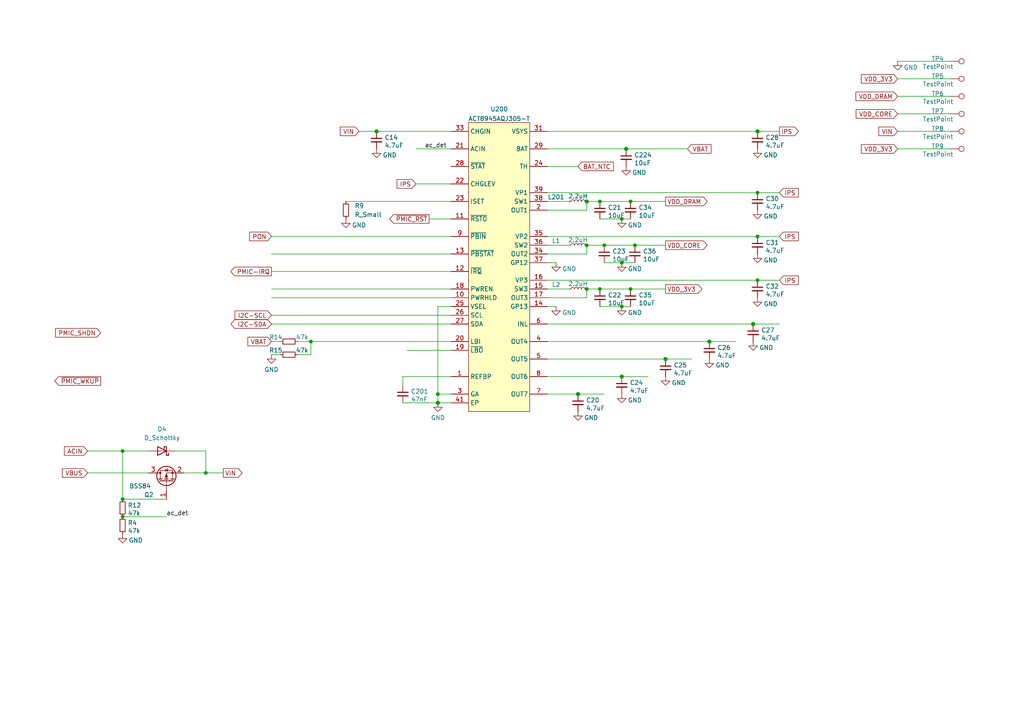
<source format=kicad_sch>
(kicad_sch (version 20250114) (generator "eeschema") (generator_version "9.0")
  (paper "A4")
  (lib_symbols
    (symbol "Connector:TestPoint" (pin_numbers (hide yes)) (pin_names (offset 0.762) (hide yes))
      (property "Reference" "TP" (at 0 6.858 0))
      (property "Value" "TestPoint" (at 0 5.08 0))
      (symbol "TestPoint_0_1"
        (circle (center 0 3.302) (radius 0.762))
      )
      (symbol "TestPoint_1_1"
        (pin passive line (at 0 0 90) (length 2.54) (name "1") (number "1"))
      )
    )
    (symbol "Device:C_Small" (pin_numbers (hide yes)) (pin_names (offset 0.254) (hide yes))
      (property "Reference" "C" (at 0.254 1.778 0))
      (property "Value" "C_Small" (at 0.254 -2.032 0))
      (symbol "C_Small_0_1"
        (polyline (pts (xy -1.524 0.508) (xy 1.524 0.508)) (stroke (width 0.3048)))
        (polyline (pts (xy -1.524 -0.508) (xy 1.524 -0.508)) (stroke (width 0.3302)))
      )
      (symbol "C_Small_1_1"
        (pin passive line (at 0 2.54 270) (length 2.032) (name "~") (number "1"))
        (pin passive line (at 0 -2.54 90) (length 2.032) (name "~") (number "2"))
      )
    )
    (symbol "Device:D_Schottky" (pin_numbers (hide yes)) (pin_names (offset 1.016) (hide yes))
      (property "Reference" "D" (at 0 2.54 0))
      (property "Value" "D_Schottky" (at 0 -2.54 0))
      (symbol "D_Schottky_0_1"
        (polyline (pts (xy -1.905 0.635) (xy -1.905 1.27) (xy -1.27 1.27) (xy -1.27 -1.27) (xy -0.635 -1.27) (xy -0.635 -0.635)) (stroke (width 0.254)))
        (polyline (pts (xy 1.27 1.27) (xy 1.27 -1.27) (xy -1.27 0) (xy 1.27 1.27)) (stroke (width 0.254)))
        (polyline (pts (xy 1.27 0) (xy -1.27 0)))
      )
      (symbol "D_Schottky_1_1"
        (pin passive line (at -3.81 0 0) (length 2.54) (name "K") (number "1"))
        (pin passive line (at 3.81 0 180) (length 2.54) (name "A") (number "2"))
      )
    )
    (symbol "Device:L_Small" (pin_numbers (hide yes)) (pin_names (offset 0.254) (hide yes))
      (property "Reference" "L" (at 0.762 1.016 0))
      (property "Value" "L_Small" (at 0.762 -1.016 0))
      (symbol "L_Small_0_1"
        (arc (start 0 2.032) (mid 0.5058 1.524) (end 0 1.016))
        (arc (start 0 1.016) (mid 0.5058 0.508) (end 0 0))
        (arc (start 0 0) (mid 0.5058 -0.508) (end 0 -1.016))
        (arc (start 0 -1.016) (mid 0.5058 -1.524) (end 0 -2.032))
      )
      (symbol "L_Small_1_1"
        (pin passive line (at 0 2.54 270) (length 0.508) (name "~") (number "1"))
        (pin passive line (at 0 -2.54 90) (length 0.508) (name "~") (number "2"))
      )
    )
    (symbol "Device:R_Small" (pin_numbers (hide yes)) (pin_names (offset 0.254) (hide yes))
      (property "Reference" "R" (at 0.762 0.508 0))
      (property "Value" "R_Small" (at 0.762 -1.016 0))
      (symbol "R_Small_0_1"
        (rectangle (start -0.762 1.778) (end 0.762 -1.778) (stroke (width 0.2032)))
      )
      (symbol "R_Small_1_1"
        (pin passive line (at 0 2.54 270) (length 0.762) (name "~") (number "1"))
        (pin passive line (at 0 -2.54 90) (length 0.762) (name "~") (number "2"))
      )
    )
    (symbol "Transistor_FET:BSS84" (pin_names (hide yes))
      (property "Reference" "Q" (at 5.08 1.905 0))
      (property "Value" "BSS84" (at 5.08 0 0))
      (symbol "BSS84_0_1"
        (polyline (pts (xy 0.254 1.905) (xy 0.254 -1.905)) (stroke (width 0.254)))
        (polyline (pts (xy 0.254 0) (xy -2.54 0)))
        (polyline (pts (xy 0.762 2.286) (xy 0.762 1.27)) (stroke (width 0.254)))
        (polyline (pts (xy 0.762 1.778) (xy 3.302 1.778) (xy 3.302 -1.778) (xy 0.762 -1.778)))
        (polyline (pts (xy 0.762 0.508) (xy 0.762 -0.508)) (stroke (width 0.254)))
        (polyline (pts (xy 0.762 -1.27) (xy 0.762 -2.286)) (stroke (width 0.254)))
        (circle (center 1.651 0) (radius 2.794) (stroke (width 0.254)))
        (polyline (pts (xy 2.286 0) (xy 1.27 0.381) (xy 1.27 -0.381) (xy 2.286 0)) (fill (type outline)))
        (polyline (pts (xy 2.54 2.54) (xy 2.54 1.778)))
        (circle (center 2.54 1.778) (radius 0.254) (fill (type outline)))
        (circle (center 2.54 -1.778) (radius 0.254) (fill (type outline)))
        (polyline (pts (xy 2.54 -2.54) (xy 2.54 0) (xy 0.762 0)))
        (polyline (pts (xy 2.794 -0.508) (xy 2.921 -0.381) (xy 3.683 -0.381) (xy 3.81 -0.254)))
        (polyline (pts (xy 3.302 -0.381) (xy 2.921 0.254) (xy 3.683 0.254) (xy 3.302 -0.381)))
      )
      (symbol "BSS84_1_1"
        (pin input line (at -5.08 0 0) (length 2.54) (name "G") (number "1"))
        (pin passive line (at 2.54 5.08 270) (length 2.54) (name "D") (number "3"))
        (pin passive line (at 2.54 -5.08 90) (length 2.54) (name "S") (number "2"))
      )
    )
    (symbol "power:GND" (power) (pin_names (offset 0))
      (property "Value" "GND" (at 0 -3.81 0))
      (symbol "GND_0_1"
        (polyline (pts (xy 0 0) (xy 0 -1.27) (xy 1.27 -1.27) (xy 0 -2.54) (xy -1.27 -1.27) (xy 0 -1.27)))
      )
      (symbol "GND_1_1"
        (pin power_in line (at 0 0 270) (length 0) (hide yes) (name "GND") (number "1"))
      )
    )
    (symbol "qorvo:ACT8945A"
      (property "Reference" "U" (at -3.81 2.54 0))
      (property "Value" "ACT8945A" (at 5.08 2.54 0))
      (symbol "ACT8945A_0_1"
        (rectangle (start -10.16 0) (end 7.62 -83.82) (stroke (width 0.1524)) (fill (type background)))
      )
      (symbol "ACT8945A_1_1"
        (pin passive line (at -15.24 -2.54 0) (length 5.08) (name "CHGIN") (number "33"))
        (pin passive line (at -15.24 -7.62 0) (length 5.08) (name "ACIN") (number "21"))
        (pin passive line (at -15.24 -12.7 0) (length 5.08) (name "~{STAT}") (number "28"))
        (pin passive line (at -15.24 -17.78 0) (length 5.08) (name "CHGLEV") (number "22"))
        (pin passive line (at -15.24 -22.86 0) (length 5.08) (name "ISET") (number "23"))
        (pin passive line (at -15.24 -27.94 0) (length 5.08) (name "~{RSTO}") (number "11"))
        (pin passive line (at -15.24 -33.02 0) (length 5.08) (name "~{PBIN}") (number "9"))
        (pin passive line (at -15.24 -38.1 0) (length 5.08) (name "~{PBSTAT}") (number "13"))
        (pin passive line (at -15.24 -43.18 0) (length 5.08) (name "~{IRQ}") (number "12"))
        (pin passive line (at -15.24 -48.26 0) (length 5.08) (name "PWREN") (number "18"))
        (pin passive line (at -15.24 -50.8 0) (length 5.08) (name "PWRHLD") (number "10"))
        (pin passive line (at -15.24 -53.34 0) (length 5.08) (name "VSEL") (number "25"))
        (pin passive line (at -15.24 -55.88 0) (length 5.08) (name "SCL") (number "26"))
        (pin passive line (at -15.24 -58.42 0) (length 5.08) (name "SDA") (number "27"))
        (pin passive line (at -15.24 -63.5 0) (length 5.08) (name "LBI") (number "20"))
        (pin passive line (at -15.24 -66.04 0) (length 5.08) (name "~{LBO}") (number "19"))
        (pin passive line (at -15.24 -73.66 0) (length 5.08) (name "REFBP") (number "1"))
        (pin passive line (at -15.24 -78.74 0) (length 5.08) (name "GA") (number "3"))
        (pin passive line (at -15.24 -81.28 0) (length 5.08) (name "EP") (number "41"))
        (pin passive line (at 12.7 -2.54 180) (length 5.08) (name "VSYS") (number "31"))
        (pin passive line (at 12.7 -2.54 180) (length 5.08) (hide yes) (name "VSYS") (number "32"))
        (pin passive line (at 12.7 -7.62 180) (length 5.08) (name "BAT") (number "29"))
        (pin passive line (at 12.7 -7.62 180) (length 5.08) (hide yes) (name "BAT") (number "30"))
        (pin passive line (at 12.7 -12.7 180) (length 5.08) (name "TH") (number "24"))
        (pin passive line (at 12.7 -20.32 180) (length 5.08) (name "VP1") (number "39"))
        (pin passive line (at 12.7 -22.86 180) (length 5.08) (name "SW1") (number "38"))
        (pin passive line (at 12.7 -25.4 180) (length 5.08) (name "OUT1") (number "2"))
        (pin passive line (at 12.7 -33.02 180) (length 5.08) (name "VP2") (number "35"))
        (pin passive line (at 12.7 -35.56 180) (length 5.08) (name "SW2") (number "36"))
        (pin passive line (at 12.7 -38.1 180) (length 5.08) (name "OUT2") (number "34"))
        (pin passive line (at 12.7 -40.64 180) (length 5.08) (name "GP12") (number "37"))
        (pin passive line (at 12.7 -45.72 180) (length 5.08) (name "VP3") (number "16"))
        (pin passive line (at 12.7 -48.26 180) (length 5.08) (name "SW3") (number "15"))
        (pin passive line (at 12.7 -50.8 180) (length 5.08) (name "OUT3") (number "17"))
        (pin passive line (at 12.7 -53.34 180) (length 5.08) (name "GP13") (number "14"))
        (pin passive line (at 12.7 -58.42 180) (length 5.08) (name "INL") (number "6"))
        (pin passive line (at 12.7 -63.5 180) (length 5.08) (name "OUT4") (number "4"))
        (pin passive line (at 12.7 -68.58 180) (length 5.08) (name "OUT5") (number "5"))
        (pin passive line (at 12.7 -73.66 180) (length 5.08) (name "OUT6") (number "8"))
        (pin passive line (at 12.7 -78.74 180) (length 5.08) (name "OUT7") (number "7"))
      )
    )
  )
  (junction (at 127 116.84) (diameter 1.016))
  (junction (at 109.22 38.1) (diameter 1.016))
  (junction (at 170.18 71.12))
  (junction (at 193.04 104.14) (diameter 1.016))
  (junction (at 90.17 99.06))
  (junction (at 170.18 58.42) (diameter 1.016))
  (junction (at 180.34 63.5))
  (junction (at 127 114.3))
  (junction (at 205.74 99.06) (diameter 1.016))
  (junction (at 35.56 149.86))
  (junction (at 219.71 38.1) (diameter 1.016))
  (junction (at 59.69 137.16))
  (junction (at 219.71 55.88))
  (junction (at 170.18 83.82))
  (junction (at 219.71 81.28))
  (junction (at 182.88 58.42))
  (junction (at 173.99 83.82))
  (junction (at 167.64 114.3) (diameter 1.016))
  (junction (at 184.15 71.12))
  (junction (at 175.26 71.12))
  (junction (at 218.44 93.98) (diameter 1.016))
  (junction (at 180.34 76.2))
  (junction (at 35.56 144.78))
  (junction (at 180.34 109.22) (diameter 1.016))
  (junction (at 35.56 130.81))
  (junction (at 181.61 43.18) (diameter 1.016))
  (junction (at 180.34 88.9))
  (junction (at 219.71 68.58))
  (junction (at 173.99 58.42))
  (junction (at 182.88 83.82))
  (wire (pts (xy 193.04 104.14) (xy 200.66 104.14)))
  (wire (pts (xy 181.61 43.18) (xy 199.39 43.18)))
  (wire (pts (xy 158.75 43.18) (xy 181.61 43.18)))
  (wire (pts (xy 50.8 130.81) (xy 59.69 130.81)))
  (wire (pts (xy 180.34 76.2) (xy 184.15 76.2)))
  (wire (pts (xy 175.26 76.2) (xy 180.34 76.2)))
  (wire (pts (xy 219.71 38.1) (xy 226.06 38.1)))
  (wire (pts (xy 158.75 38.1) (xy 219.71 38.1)))
  (wire (pts (xy 78.74 83.82) (xy 130.81 83.82)))
  (wire (pts (xy 219.71 68.58) (xy 226.06 68.58)))
  (wire (pts (xy 127 116.84) (xy 130.81 116.84)))
  (wire (pts (xy 260.35 27.94) (xy 275.59 27.94)))
  (wire (pts (xy 116.84 109.22) (xy 130.81 109.22)))
  (wire (pts (xy 78.74 99.06) (xy 81.28 99.06)))
  (wire (pts (xy 78.74 86.36) (xy 130.81 86.36)))
  (wire (pts (xy 158.75 71.12) (xy 165.1 71.12)))
  (wire (pts (xy 86.36 99.06) (xy 90.17 99.06)))
  (wire (pts (xy 158.75 60.96) (xy 170.18 60.96)))
  (wire (pts (xy 170.18 58.42) (xy 170.18 60.96)))
  (wire (pts (xy 78.74 91.44) (xy 130.81 91.44)))
  (wire (pts (xy 173.99 88.9) (xy 180.34 88.9)))
  (wire (pts (xy 260.35 22.86) (xy 275.59 22.86)))
  (wire (pts (xy 116.84 116.84) (xy 127 116.84)))
  (wire (pts (xy 104.14 38.1) (xy 109.22 38.1)))
  (wire (pts (xy 109.22 38.1) (xy 130.81 38.1)))
  (wire (pts (xy 120.65 43.18) (xy 130.81 43.18)))
  (wire (pts (xy 25.4 137.16) (xy 43.18 137.16)))
  (wire (pts (xy 118.11 101.6) (xy 130.81 101.6)))
  (wire (pts (xy 90.17 99.06) (xy 130.81 99.06)))
  (wire (pts (xy 158.75 81.28) (xy 219.71 81.28)))
  (wire (pts (xy 173.99 63.5) (xy 180.34 63.5)))
  (wire (pts (xy 180.34 63.5) (xy 182.88 63.5)))
  (wire (pts (xy 158.75 58.42) (xy 165.1 58.42)))
  (wire (pts (xy 124.46 63.5) (xy 130.81 63.5)))
  (wire (pts (xy 180.34 88.9) (xy 182.88 88.9)))
  (wire (pts (xy 184.15 71.12) (xy 193.04 71.12)))
  (wire (pts (xy 170.18 71.12) (xy 175.26 71.12)))
  (wire (pts (xy 175.26 71.12) (xy 184.15 71.12)))
  (wire (pts (xy 59.69 130.81) (xy 59.69 137.16)))
  (wire (pts (xy 35.56 130.81) (xy 43.18 130.81)))
  (wire (pts (xy 78.74 73.66) (xy 130.81 73.66)))
  (wire (pts (xy 35.56 144.78) (xy 35.56 130.81)))
  (wire (pts (xy 158.75 88.9) (xy 161.29 88.9)))
  (wire (pts (xy 158.75 83.82) (xy 165.1 83.82)))
  (wire (pts (xy 86.36 102.87) (xy 90.17 102.87)))
  (wire (pts (xy 120.65 53.34) (xy 130.81 53.34)))
  (wire (pts (xy 158.75 68.58) (xy 219.71 68.58)))
  (wire (pts (xy 158.75 76.2) (xy 161.29 76.2)))
  (wire (pts (xy 35.56 149.86) (xy 48.26 149.86)))
  (wire (pts (xy 205.74 99.06) (xy 213.36 99.06)))
  (wire (pts (xy 158.75 109.22) (xy 180.34 109.22)))
  (wire (pts (xy 116.84 109.22) (xy 116.84 111.76)))
  (wire (pts (xy 260.35 38.1) (xy 275.59 38.1)))
  (wire (pts (xy 130.81 88.9) (xy 127 88.9)))
  (wire (pts (xy 182.88 58.42) (xy 193.04 58.42)))
  (wire (pts (xy 170.18 58.42) (xy 173.99 58.42)))
  (wire (pts (xy 173.99 58.42) (xy 182.88 58.42)))
  (wire (pts (xy 90.17 99.06) (xy 90.17 102.87)))
  (wire (pts (xy 78.74 93.98) (xy 130.81 93.98)))
  (wire (pts (xy 158.75 104.14) (xy 193.04 104.14)))
  (wire (pts (xy 260.35 43.18) (xy 275.59 43.18)))
  (wire (pts (xy 180.34 109.22) (xy 187.96 109.22)))
  (wire (pts (xy 260.35 17.78) (xy 275.59 17.78)))
  (wire (pts (xy 158.75 55.88) (xy 219.71 55.88)))
  (wire (pts (xy 158.75 48.26) (xy 167.64 48.26)))
  (wire (pts (xy 78.74 78.74) (xy 130.81 78.74)))
  (wire (pts (xy 182.88 83.82) (xy 193.04 83.82)))
  (wire (pts (xy 170.18 83.82) (xy 173.99 83.82)))
  (wire (pts (xy 173.99 83.82) (xy 182.88 83.82)))
  (wire (pts (xy 158.75 99.06) (xy 205.74 99.06)))
  (wire (pts (xy 100.33 58.42) (xy 130.81 58.42)))
  (wire (pts (xy 158.75 73.66) (xy 170.18 73.66)))
  (wire (pts (xy 170.18 71.12) (xy 170.18 73.66)))
  (wire (pts (xy 219.71 55.88) (xy 226.06 55.88)))
  (wire (pts (xy 127 88.9) (xy 127 114.3)))
  (wire (pts (xy 25.4 130.81) (xy 35.56 130.81)))
  (wire (pts (xy 219.71 81.28) (xy 226.06 81.28)))
  (wire (pts (xy 218.44 93.98) (xy 226.06 93.98)))
  (wire (pts (xy 158.75 93.98) (xy 218.44 93.98)))
  (wire (pts (xy 48.26 144.78) (xy 35.56 144.78)))
  (wire (pts (xy 260.35 33.02) (xy 275.59 33.02)))
  (wire (pts (xy 158.75 114.3) (xy 167.64 114.3)))
  (wire (pts (xy 59.69 137.16) (xy 53.34 137.16)))
  (wire (pts (xy 78.74 102.87) (xy 81.28 102.87)))
  (wire (pts (xy 167.64 114.3) (xy 175.26 114.3)))
  (wire (pts (xy 170.18 86.36) (xy 170.18 83.82)))
  (wire (pts (xy 158.75 86.36) (xy 170.18 86.36)))
  (wire (pts (xy 59.69 137.16) (xy 64.77 137.16)))
  (wire (pts (xy 130.81 114.3) (xy 127 114.3)))
  (wire (pts (xy 127 114.3) (xy 127 116.84)))
  (wire (pts (xy 78.74 68.58) (xy 130.81 68.58)))
  (label "ac_det" (at 48.26 149.86 0))
  (label "ac_det" (at 123.19 43.18 0))
  (global_label "VBAT" (shape input) (at 199.39 43.18 0) (property "Intersheetrefs" "${INTERSHEET_REFS}" (effects (hide yes))))
  (global_label "ACIN" (shape input) (at 25.4 130.81 180) (property "Intersheetrefs" "${INTERSHEET_REFS}" (effects (hide yes))))
  (global_label "I2C-SDA" (shape bidirectional) (at 78.74 93.98 180) (property "Intersheetrefs" "${INTERSHEET_REFS}" (effects (hide yes))))
  (global_label "VDD_DRAM" (shape output) (at 193.04 58.42 0) (property "Intersheetrefs" "${INTERSHEET_REFS}" (effects (hide yes))))
  (global_label "VDD_3V3" (shape output) (at 193.04 83.82 0) (property "Intersheetrefs" "${INTERSHEET_REFS}" (effects (hide yes))))
  (global_label "I2C-SCL" (shape input) (at 78.74 91.44 180) (property "Intersheetrefs" "${INTERSHEET_REFS}" (effects (hide yes))))
  (global_label "VDD_3V3" (shape input) (at 260.35 43.18 180) (property "Intersheetrefs" "${INTERSHEET_REFS}" (effects (hide yes))))
  (global_label "IPS" (shape input) (at 120.65 53.34 180) (property "Intersheetrefs" "${INTERSHEET_REFS}" (effects (hide yes))))
  (global_label "~{PMIC_WKUP}" (shape output) (at 29.21 110.49 180) (property "Intersheetrefs" "${INTERSHEET_REFS}" (effects (hide yes))))
  (global_label "VDD_CORE" (shape output) (at 193.04 71.12 0) (property "Intersheetrefs" "${INTERSHEET_REFS}" (effects (hide yes))))
  (global_label "BAT_NTC" (shape input) (at 167.64 48.26 0) (property "Intersheetrefs" "${INTERSHEET_REFS}" (effects (hide yes))))
  (global_label "VIN" (shape output) (at 64.77 137.16 0) (property "Intersheetrefs" "${INTERSHEET_REFS}" (effects (hide yes))))
  (global_label "VIN" (shape input) (at 260.35 38.1 180) (property "Intersheetrefs" "${INTERSHEET_REFS}" (effects (hide yes))))
  (global_label "IPS" (shape input) (at 226.06 68.58 0) (property "Intersheetrefs" "${INTERSHEET_REFS}" (effects (hide yes))))
  (global_label "VBAT" (shape input) (at 78.74 99.06 180) (property "Intersheetrefs" "${INTERSHEET_REFS}" (effects (hide yes))))
  (global_label "VDD_CORE" (shape input) (at 260.35 33.02 180) (property "Intersheetrefs" "${INTERSHEET_REFS}" (effects (hide yes))))
  (global_label "IPS" (shape input) (at 226.06 81.28 0) (property "Intersheetrefs" "${INTERSHEET_REFS}" (effects (hide yes))))
  (global_label "VDD_DRAM" (shape input) (at 260.35 27.94 180) (property "Intersheetrefs" "${INTERSHEET_REFS}" (effects (hide yes))))
  (global_label "VIN" (shape input) (at 104.14 38.1 180) (property "Intersheetrefs" "${INTERSHEET_REFS}" (effects (hide yes))))
  (global_label "VDD_3V3" (shape input) (at 260.35 22.86 180) (property "Intersheetrefs" "${INTERSHEET_REFS}" (effects (hide yes))))
  (global_label "PON" (shape input) (at 78.74 68.58 180) (property "Intersheetrefs" "${INTERSHEET_REFS}" (effects (hide yes))))
  (global_label "VBUS" (shape input) (at 25.4 137.16 180) (property "Intersheetrefs" "${INTERSHEET_REFS}" (effects (hide yes))))
  (global_label "~{PMIC_RST}" (shape output) (at 124.46 63.5 180) (property "Intersheetrefs" "${INTERSHEET_REFS}" (effects (hide yes))))
  (global_label "IPS" (shape output) (at 226.06 38.1 0) (property "Intersheetrefs" "${INTERSHEET_REFS}" (effects (hide yes))))
  (global_label "IPS" (shape input) (at 226.06 55.88 0) (property "Intersheetrefs" "${INTERSHEET_REFS}" (effects (hide yes))))
  (global_label "PMIC_SHDN" (shape input) (at 29.21 96.52 180) (property "Intersheetrefs" "${INTERSHEET_REFS}" (effects (hide yes))))
  (global_label "PMIC-IRQ" (shape output) (at 78.74 78.74 180) (property "Intersheetrefs" "${INTERSHEET_REFS}" (effects (hide yes))))
  (symbol (lib_id "Device:C_Small") (at 175.26 73.66 0) (unit 1)
    (property "Reference" "C23" (at 177.5842 72.8991 0) (effects (justify left)))
    (property "Value" "10uF" (at 177.5842 75.1978 0) (effects (justify left)))
    (property "Footprint" "Capacitor_SMD:C_0603_1608Metric" (effects (hide yes)))
    (property "Datasheet" "~{}" (effects (hide yes)))
  )
  (symbol (lib_id "power:GND") (at 161.29 76.2 0) (unit 1)
    (property "Reference" "#PWR0108" (effects (hide yes)))
    (property "Value" "GND" (at 165.1 77.9844 0))
  )
  (symbol (lib_id "power:GND") (at 219.71 60.96 0) (unit 1)
    (property "Reference" "#PWR0145" (effects (hide yes)))
    (property "Value" "GND" (at 223.52 62.7444 0))
  )
  (symbol (lib_id "power:GND") (at 219.71 86.36 0) (unit 1)
    (property "Reference" "#PWR0133" (effects (hide yes)))
    (property "Value" "GND" (at 223.52 88.1444 0))
  )
  (symbol (lib_id "Device:C_Small") (at 180.34 111.76 0) (unit 1)
    (property "Reference" "C24" (at 182.6642 110.9991 0) (effects (justify left)))
    (property "Value" "4.7uF" (at 182.6642 113.2978 0) (effects (justify left)))
    (property "Footprint" "Capacitor_SMD:C_0603_1608Metric" (effects (hide yes)))
    (property "Datasheet" "~{}" (effects (hide yes)))
  )
  (symbol (lib_id "Device:R_Small") (at 83.82 99.06 90) (unit 1)
    (property "Reference" "R14" (at 80.01 97.79 90))
    (property "Value" "47k" (at 87.63 97.79 90))
    (property "Footprint" "Resistor_SMD:R_0402_1005Metric" (effects (hide yes)))
    (property "Datasheet" "~{}" (effects (hide yes)))
  )
  (symbol (lib_id "power:GND") (at 167.64 119.38 0) (unit 1)
    (property "Reference" "#PWR0144" (effects (hide yes)))
    (property "Value" "GND" (at 171.45 121.1644 0))
  )
  (symbol (lib_id "Device:C_Small") (at 219.71 71.12 0) (unit 1)
    (property "Reference" "C31" (at 222.0342 70.3591 0) (effects (justify left)))
    (property "Value" "4.7uF" (at 222.0342 72.6578 0) (effects (justify left)))
    (property "Footprint" "Capacitor_SMD:C_0402_1005Metric" (effects (hide yes)))
    (property "Datasheet" "~{}" (effects (hide yes)))
  )
  (symbol (lib_id "power:GND") (at 180.34 63.5 0) (unit 1)
    (property "Reference" "#PWR0138" (effects (hide yes)))
    (property "Value" "GND" (at 184.15 65.2844 0))
  )
  (symbol (lib_id "power:GND") (at 260.35 17.78 0) (unit 1)
    (property "Reference" "#PWR0126" (effects (hide yes)))
    (property "Value" "GND" (at 264.16 19.5644 0))
  )
  (symbol (lib_id "Connector:TestPoint") (at 275.59 33.02 270) (unit 1)
    (property "Reference" "TP7" (at 270.1291 32.2591 90) (effects (justify left)))
    (property "Value" "TestPoint" (at 267.5891 34.5578 90) (effects (justify left)))
    (property "Footprint" "TestPoint:TestPoint_Pad_D1.0mm" (effects (hide yes)))
    (property "Datasheet" "~{}" (effects (hide yes)))
  )
  (symbol (lib_id "Device:R_Small") (at 83.82 102.87 90) (unit 1)
    (property "Reference" "R15" (at 80.01 101.6 90))
    (property "Value" "47k" (at 87.63 101.6 90))
    (property "Footprint" "Resistor_SMD:R_0402_1005Metric" (effects (hide yes)))
    (property "Datasheet" "~{}" (effects (hide yes)))
  )
  (symbol (lib_id "power:GND") (at 100.33 63.5 0) (unit 1)
    (property "Reference" "#PWR0110" (effects (hide yes)))
    (property "Value" "GND" (at 104.14 65.2844 0))
  )
  (symbol (lib_id "power:GND") (at 218.44 99.06 0) (unit 1)
    (property "Reference" "#PWR0136" (effects (hide yes)))
    (property "Value" "GND" (at 222.25 100.8444 0))
  )
  (symbol (lib_id "power:GND") (at 109.22 43.18 0) (unit 1)
    (property "Reference" "#PWR0109" (effects (hide yes)))
    (property "Value" "GND" (at 113.03 44.9644 0))
  )
  (symbol (lib_id "Device:L_Small") (at 167.64 83.82 90) (unit 1)
    (property "Reference" "L2" (at 161.29 82.5458 90))
    (property "Value" "2.2uH" (at 167.64 82.3045 90))
    (property "Footprint" "Inductor_SMD:L_Wuerth_MAPI-2510" (effects (hide yes)))
    (property "Datasheet" "~{}" (effects (hide yes)))
  )
  (symbol (lib_id "Device:R_Small") (at 35.56 152.4 0) (unit 1)
    (property "Reference" "R4" (at 37.0587 151.6391 0) (effects (justify left)))
    (property "Value" "47k" (at 37.0587 153.9378 0) (effects (justify left)))
    (property "Footprint" "Resistor_SMD:R_0402_1005Metric" (effects (hide yes)))
    (property "Datasheet" "~{}" (effects (hide yes)))
  )
  (symbol (lib_id "Device:C_Small") (at 219.71 40.64 0) (unit 1)
    (property "Reference" "C28" (at 222.0342 39.8791 0) (effects (justify left)))
    (property "Value" "4.7uF" (at 222.0342 42.1778 0) (effects (justify left)))
    (property "Footprint" "Capacitor_SMD:C_0402_1005Metric" (effects (hide yes)))
    (property "Datasheet" "~{}" (effects (hide yes)))
  )
  (symbol (lib_id "power:GND") (at 193.04 109.22 0) (unit 1)
    (property "Reference" "#PWR0140" (effects (hide yes)))
    (property "Value" "GND" (at 196.85 111.0044 0))
  )
  (symbol (lib_id "Device:C_Small") (at 193.04 106.68 0) (unit 1)
    (property "Reference" "C25" (at 195.3642 105.9191 0) (effects (justify left)))
    (property "Value" "4.7uF" (at 195.3642 108.2178 0) (effects (justify left)))
    (property "Footprint" "Capacitor_SMD:C_0603_1608Metric" (effects (hide yes)))
    (property "Datasheet" "~{}" (effects (hide yes)))
  )
  (symbol (lib_id "Device:L_Small") (at 167.64 71.12 90) (unit 1)
    (property "Reference" "L1" (at 161.29 69.8458 90))
    (property "Value" "2.2uH" (at 167.64 69.6045 90))
    (property "Footprint" "Inductor_SMD:L_Wuerth_MAPI-2510" (effects (hide yes)))
    (property "Datasheet" "~{}" (effects (hide yes)))
  )
  (symbol (lib_id "power:GND") (at 78.74 102.87 0) (unit 1)
    (property "Reference" "#PWR0148" (effects (hide yes)))
    (property "Value" "GND" (at 78.74 107.1944 0))
  )
  (symbol (lib_id "power:GND") (at 35.56 154.94 0) (unit 1)
    (property "Reference" "#PWR0146" (effects (hide yes)))
    (property "Value" "GND" (at 39.37 156.7244 0))
  )
  (symbol (lib_id "Device:L_Small") (at 167.64 58.42 90) (unit 1)
    (property "Reference" "L201" (at 161.29 57.1458 90))
    (property "Value" "2.2uH" (at 167.64 56.9045 90))
    (property "Footprint" "Inductor_SMD:L_Wuerth_MAPI-2510" (effects (hide yes)))
    (property "Datasheet" "~{}" (effects (hide yes)))
  )
  (symbol (lib_id "Connector:TestPoint") (at 275.59 43.18 270) (unit 1)
    (property "Reference" "TP9" (at 270.1291 42.4191 90) (effects (justify left)))
    (property "Value" "TestPoint" (at 267.5891 44.7178 90) (effects (justify left)))
    (property "Footprint" "TestPoint:TestPoint_Pad_D1.0mm" (effects (hide yes)))
    (property "Datasheet" "~{}" (effects (hide yes)))
  )
  (symbol (lib_id "Connector:TestPoint") (at 275.59 17.78 270) (unit 1)
    (property "Reference" "TP4" (at 270.1291 17.0191 90) (effects (justify left)))
    (property "Value" "TestPoint" (at 267.5891 19.3178 90) (effects (justify left)))
    (property "Footprint" "TestPoint:TestPoint_Pad_D1.0mm" (effects (hide yes)))
    (property "Datasheet" "~{}" (effects (hide yes)))
  )
  (symbol (lib_id "Connector:TestPoint") (at 275.59 27.94 270) (unit 1)
    (property "Reference" "TP6" (at 270.1291 27.1791 90) (effects (justify left)))
    (property "Value" "TestPoint" (at 267.5891 29.4778 90) (effects (justify left)))
    (property "Footprint" "TestPoint:TestPoint_Pad_D1.0mm" (effects (hide yes)))
    (property "Datasheet" "~{}" (effects (hide yes)))
  )
  (symbol (lib_id "Connector:TestPoint") (at 275.59 38.1 270) (unit 1)
    (property "Reference" "TP8" (at 270.1291 37.3391 90) (effects (justify left)))
    (property "Value" "TestPoint" (at 267.5891 39.6378 90) (effects (justify left)))
    (property "Footprint" "TestPoint:TestPoint_Pad_D1.0mm" (effects (hide yes)))
    (property "Datasheet" "~{}" (effects (hide yes)))
  )
  (symbol (lib_id "Device:C_Small") (at 173.99 60.96 0) (unit 1)
    (property "Reference" "C21" (at 176.3142 60.1991 0) (effects (justify left)))
    (property "Value" "10uF" (at 176.3142 62.4978 0) (effects (justify left)))
    (property "Footprint" "Capacitor_SMD:C_0603_1608Metric" (effects (hide yes)))
    (property "Datasheet" "~{}" (effects (hide yes)))
  )
  (symbol (lib_id "power:GND") (at 219.71 43.18 0) (unit 1)
    (property "Reference" "#PWR0139" (effects (hide yes)))
    (property "Value" "GND" (at 223.52 44.9644 0))
  )
  (symbol (lib_id "Device:R_Small") (at 100.33 60.96 0) (unit 1)
    (property "Reference" "R9" (at 102.87 59.6899 0) (effects (justify left)))
    (property "Value" "R_Small" (at 102.87 62.2299 0) (effects (justify left)))
    (property "Footprint" "Resistor_SMD:R_0402_1005Metric" (effects (hide yes)))
  )
  (symbol (lib_id "power:GND") (at 161.29 88.9 0) (unit 1)
    (property "Reference" "#PWR0107" (effects (hide yes)))
    (property "Value" "GND" (at 165.1 90.6844 0))
  )
  (symbol (lib_id "Device:C_Small") (at 219.71 83.82 0) (unit 1)
    (property "Reference" "C32" (at 222.0342 83.0591 0) (effects (justify left)))
    (property "Value" "4.7uF" (at 222.0342 85.3578 0) (effects (justify left)))
    (property "Footprint" "Capacitor_SMD:C_0402_1005Metric" (effects (hide yes)))
    (property "Datasheet" "~{}" (effects (hide yes)))
  )
  (symbol (lib_id "Device:R_Small") (at 35.56 147.32 0) (unit 1)
    (property "Reference" "R12" (at 37.0587 146.5591 0) (effects (justify left)))
    (property "Value" "47k" (at 37.0587 148.8578 0) (effects (justify left)))
    (property "Footprint" "Resistor_SMD:R_0402_1005Metric" (effects (hide yes)))
    (property "Datasheet" "~{}" (effects (hide yes)))
  )
  (symbol (lib_id "power:GND") (at 127 116.84 0) (unit 1)
    (property "Reference" "#PWR0111" (effects (hide yes)))
    (property "Value" "GND" (at 127 121.1644 0))
  )
  (symbol (lib_id "Device:C_Small") (at 173.99 86.36 0) (unit 1)
    (property "Reference" "C22" (at 176.3142 85.5991 0) (effects (justify left)))
    (property "Value" "10uF" (at 176.3142 87.8978 0) (effects (justify left)))
    (property "Footprint" "Capacitor_SMD:C_0603_1608Metric" (effects (hide yes)))
    (property "Datasheet" "~{}" (effects (hide yes)))
  )
  (symbol (lib_id "Device:D_Schottky") (at 46.99 130.81 180) (unit 1)
    (property "Reference" "D4" (at 46.99 124.46 0))
    (property "Value" "D_Schottky" (at 46.99 127 0))
    (property "Footprint" "Diode_SMD:D_SOD-523" (effects (hide yes)))
  )
  (symbol (lib_id "Device:C_Small") (at 182.88 60.96 0) (unit 1)
    (property "Reference" "C34" (at 185.2042 60.1991 0) (effects (justify left)))
    (property "Value" "10uF" (at 185.2042 62.4978 0) (effects (justify left)))
    (property "Footprint" "Capacitor_SMD:C_0603_1608Metric" (effects (hide yes)))
    (property "Datasheet" "~{}" (effects (hide yes)))
  )
  (symbol (lib_id "power:GND") (at 180.34 88.9 0) (unit 1)
    (property "Reference" "#PWR0135" (effects (hide yes)))
    (property "Value" "GND" (at 184.15 90.6844 0))
  )
  (symbol (lib_id "power:GND") (at 180.34 114.3 0) (unit 1)
    (property "Reference" "#PWR0143" (effects (hide yes)))
    (property "Value" "GND" (at 184.15 116.0844 0))
  )
  (symbol (lib_id "Device:C_Small") (at 109.22 40.64 0) (unit 1)
    (property "Reference" "C14" (at 111.5442 39.8791 0) (effects (justify left)))
    (property "Value" "4.7uF" (at 111.5442 42.1778 0) (effects (justify left)))
    (property "Footprint" "Capacitor_SMD:C_0603_1608Metric" (effects (hide yes)))
    (property "Datasheet" "~{}" (effects (hide yes)))
  )
  (symbol (lib_id "power:GND") (at 180.34 76.2 0) (unit 1)
    (property "Reference" "#PWR0142" (effects (hide yes)))
    (property "Value" "GND" (at 184.15 77.9844 0))
  )
  (symbol (lib_id "Device:C_Small") (at 116.84 114.3 0) (unit 1)
    (property "Reference" "C201" (at 119.1642 113.5391 0) (effects (justify left)))
    (property "Value" "47nF" (at 119.1642 115.8378 0) (effects (justify left)))
    (property "Footprint" "Capacitor_SMD:C_0402_1005Metric" (effects (hide yes)))
    (property "Datasheet" "~{}" (effects (hide yes)))
  )
  (symbol (lib_id "Device:C_Small") (at 184.15 73.66 0) (unit 1)
    (property "Reference" "C36" (at 186.4742 72.8991 0) (effects (justify left)))
    (property "Value" "10uF" (at 186.4742 75.1978 0) (effects (justify left)))
    (property "Footprint" "Capacitor_SMD:C_0603_1608Metric" (effects (hide yes)))
    (property "Datasheet" "~{}" (effects (hide yes)))
  )
  (symbol (lib_id "Device:C_Small") (at 218.44 96.52 0) (unit 1)
    (property "Reference" "C27" (at 220.7642 95.7591 0) (effects (justify left)))
    (property "Value" "4.7uF" (at 220.7642 98.0578 0) (effects (justify left)))
    (property "Footprint" "Capacitor_SMD:C_0603_1608Metric" (effects (hide yes)))
    (property "Datasheet" "~{}" (effects (hide yes)))
  )
  (symbol (lib_id "Device:C_Small") (at 219.71 58.42 0) (unit 1)
    (property "Reference" "C30" (at 222.0342 57.6591 0) (effects (justify left)))
    (property "Value" "4.7uF" (at 222.0342 59.9578 0) (effects (justify left)))
    (property "Footprint" "Capacitor_SMD:C_0402_1005Metric" (effects (hide yes)))
    (property "Datasheet" "~{}" (effects (hide yes)))
  )
  (symbol (lib_id "Transistor_FET:BSS84") (at 48.26 139.7 90) (unit 1)
    (property "Reference" "Q2" (at 43.18 143.51 90))
    (property "Value" "BSS84" (at 40.64 140.97 90))
    (property "Footprint" "Package_TO_SOT_SMD:SOT-323_SC-70" (effects (hide yes)))
    (property "Datasheet" "http://assets.nexperia.com/documents/data-sheet/BSS84.pdf" (effects (hide yes)))
  )
  (symbol (lib_id "Connector:TestPoint") (at 275.59 22.86 270) (unit 1)
    (property "Reference" "TP5" (at 270.1291 22.0991 90) (effects (justify left)))
    (property "Value" "TestPoint" (at 267.5891 24.3978 90) (effects (justify left)))
    (property "Footprint" "TestPoint:TestPoint_Pad_D1.0mm" (effects (hide yes)))
    (property "Datasheet" "~{}" (effects (hide yes)))
  )
  (symbol (lib_id "Device:C_Small") (at 181.61 45.72 0) (unit 1)
    (property "Reference" "C224" (at 183.9342 44.9591 0) (effects (justify left)))
    (property "Value" "10uF" (at 183.9342 47.2578 0) (effects (justify left)))
    (property "Footprint" "Capacitor_SMD:C_0603_1608Metric" (effects (hide yes)))
    (property "Datasheet" "~{}" (effects (hide yes)))
  )
  (symbol (lib_id "power:GND") (at 205.74 104.14 0) (unit 1)
    (property "Reference" "#PWR0137" (effects (hide yes)))
    (property "Value" "GND" (at 209.55 105.9244 0))
  )
  (symbol (lib_id "Device:C_Small") (at 205.74 101.6 0) (unit 1)
    (property "Reference" "C26" (at 208.0642 100.8391 0) (effects (justify left)))
    (property "Value" "4.7uF" (at 208.0642 103.1378 0) (effects (justify left)))
    (property "Footprint" "Capacitor_SMD:C_0603_1608Metric" (effects (hide yes)))
    (property "Datasheet" "~{}" (effects (hide yes)))
  )
  (symbol (lib_id "qorvo:ACT8945A") (at 146.05 35.56 0) (unit 1)
    (property "Reference" "U200" (at 144.78 31.6442 0))
    (property "Value" "ACT8945AQJ305-T" (at 144.78 34.4193 0))
    (property "Footprint" "Package_DFN_QFN:TQFN-40-1EP_5x5mm_P0.4mm_EP3.5x3.5mm_ThermalVias" (effects (hide yes)))
  )
  (symbol (lib_id "power:GND") (at 181.61 48.26 0) (unit 1)
    (property "Reference" "#PWR0141" (effects (hide yes)))
    (property "Value" "GND" (at 185.42 50.0444 0))
  )
  (symbol (lib_id "power:GND") (at 219.71 73.66 0) (unit 1)
    (property "Reference" "#PWR0117" (effects (hide yes)))
    (property "Value" "GND" (at 223.52 75.4444 0))
  )
  (symbol (lib_id "Device:C_Small") (at 182.88 86.36 0) (unit 1)
    (property "Reference" "C35" (at 185.2042 85.5991 0) (effects (justify left)))
    (property "Value" "10uF" (at 185.2042 87.8978 0) (effects (justify left)))
    (property "Footprint" "Capacitor_SMD:C_0603_1608Metric" (effects (hide yes)))
    (property "Datasheet" "~{}" (effects (hide yes)))
  )
  (symbol (lib_id "Device:C_Small") (at 167.64 116.84 0) (unit 1)
    (property "Reference" "C20" (at 169.9642 116.0791 0) (effects (justify left)))
    (property "Value" "4.7uF" (at 169.9642 118.3778 0) (effects (justify left)))
    (property "Footprint" "Capacitor_SMD:C_0603_1608Metric" (effects (hide yes)))
    (property "Datasheet" "~{}" (effects (hide yes)))
  )
)
</source>
